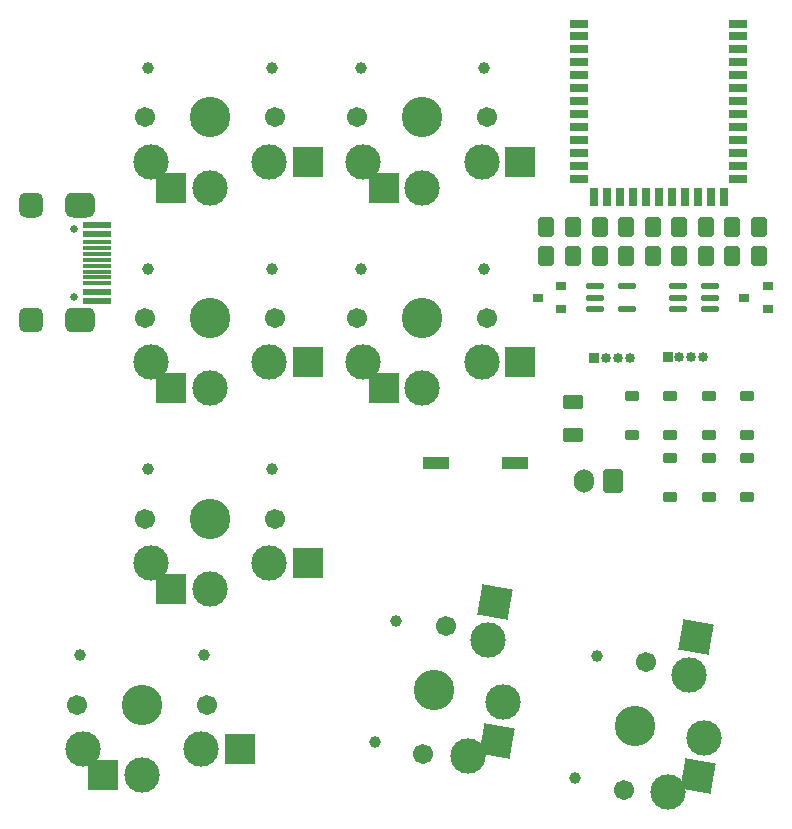
<source format=gbr>
%TF.GenerationSoftware,KiCad,Pcbnew,(5.99.0-11706-g59ad333650)*%
%TF.CreationDate,2021-08-22T22:29:06-05:00*%
%TF.ProjectId,lightwing_prototype,6c696768-7477-4696-9e67-5f70726f746f,rev?*%
%TF.SameCoordinates,Original*%
%TF.FileFunction,Soldermask,Top*%
%TF.FilePolarity,Negative*%
%FSLAX46Y46*%
G04 Gerber Fmt 4.6, Leading zero omitted, Abs format (unit mm)*
G04 Created by KiCad (PCBNEW (5.99.0-11706-g59ad333650)) date 2021-08-22 22:29:06*
%MOMM*%
%LPD*%
G01*
G04 APERTURE LIST*
G04 Aperture macros list*
%AMRoundRect*
0 Rectangle with rounded corners*
0 $1 Rounding radius*
0 $2 $3 $4 $5 $6 $7 $8 $9 X,Y pos of 4 corners*
0 Add a 4 corners polygon primitive as box body*
4,1,4,$2,$3,$4,$5,$6,$7,$8,$9,$2,$3,0*
0 Add four circle primitives for the rounded corners*
1,1,$1+$1,$2,$3*
1,1,$1+$1,$4,$5*
1,1,$1+$1,$6,$7*
1,1,$1+$1,$8,$9*
0 Add four rect primitives between the rounded corners*
20,1,$1+$1,$2,$3,$4,$5,0*
20,1,$1+$1,$4,$5,$6,$7,0*
20,1,$1+$1,$6,$7,$8,$9,0*
20,1,$1+$1,$8,$9,$2,$3,0*%
%AMRotRect*
0 Rectangle, with rotation*
0 The origin of the aperture is its center*
0 $1 length*
0 $2 width*
0 $3 Rotation angle, in degrees counterclockwise*
0 Add horizontal line*
21,1,$1,$2,0,0,$3*%
G04 Aperture macros list end*
%ADD10R,0.900000X0.800000*%
%ADD11R,2.160000X1.120000*%
%ADD12RoundRect,0.123750X-0.656250X-0.123750X0.656250X-0.123750X0.656250X0.123750X-0.656250X0.123750X0*%
%ADD13RoundRect,0.225000X-0.375000X0.225000X-0.375000X-0.225000X0.375000X-0.225000X0.375000X0.225000X0*%
%ADD14R,1.524000X0.700000*%
%ADD15R,0.700000X1.524000*%
%ADD16C,3.000000*%
%ADD17C,1.701800*%
%ADD18C,0.990600*%
%ADD19C,3.429000*%
%ADD20RotRect,2.600000X2.600000X80.000000*%
%ADD21RoundRect,0.350000X-0.350000X0.500500X-0.350000X-0.500500X0.350000X-0.500500X0.350000X0.500500X0*%
%ADD22R,2.600000X2.600000*%
%ADD23RoundRect,0.250000X0.600000X0.750000X-0.600000X0.750000X-0.600000X-0.750000X0.600000X-0.750000X0*%
%ADD24O,1.700000X2.000000*%
%ADD25RoundRect,0.350000X0.350000X-0.500500X0.350000X0.500500X-0.350000X0.500500X-0.350000X-0.500500X0*%
%ADD26R,0.850000X0.850000*%
%ADD27O,0.850000X0.850000*%
%ADD28C,0.650000*%
%ADD29R,2.450000X0.570000*%
%ADD30R,2.450000X0.300000*%
%ADD31RoundRect,0.500000X-0.500000X0.550000X-0.500000X-0.550000X0.500000X-0.550000X0.500000X0.550000X0*%
%ADD32O,2.100000X1.000000*%
%ADD33RoundRect,0.525000X-0.725000X0.525000X-0.725000X-0.525000X0.725000X-0.525000X0.725000X0.525000X0*%
%ADD34O,1.600000X1.000000*%
%ADD35RoundRect,0.250000X0.625000X-0.375000X0.625000X0.375000X-0.625000X0.375000X-0.625000X-0.375000X0*%
G04 APERTURE END LIST*
D10*
%TO.C,Q1*%
X119250000Y-58700000D03*
X119250000Y-56800000D03*
X117250000Y-57750000D03*
%TD*%
D11*
%TO.C,SW19*%
X108635000Y-71750000D03*
X115365000Y-71750000D03*
%TD*%
D12*
%TO.C,U4*%
X129150000Y-56800000D03*
X129150000Y-57750000D03*
X129150000Y-58700000D03*
X131850000Y-58700000D03*
X131850000Y-57750000D03*
X131850000Y-56800000D03*
%TD*%
D13*
%TO.C,D15*%
X131750000Y-69400000D03*
X131750000Y-66100000D03*
%TD*%
D14*
%TO.C,U3*%
X120750000Y-34549000D03*
X120750000Y-35649000D03*
X120750000Y-36749000D03*
X120750000Y-37849000D03*
X120750000Y-38949000D03*
X120750000Y-40049000D03*
X120750000Y-41149000D03*
X120750000Y-42249000D03*
X120750000Y-43349000D03*
X120750000Y-44449000D03*
X120750000Y-45549000D03*
X120750000Y-46649000D03*
X120750000Y-47749000D03*
D15*
X122000000Y-49249000D03*
X123100000Y-49249000D03*
X124200000Y-49249000D03*
X125300000Y-49249000D03*
X126400000Y-49249000D03*
X127500000Y-49249000D03*
X128600000Y-49249000D03*
X129700000Y-49249000D03*
X130800000Y-49249000D03*
X131900000Y-49249000D03*
X133000000Y-49249000D03*
D14*
X134250000Y-47749000D03*
X134250000Y-46649000D03*
X134250000Y-45549000D03*
X134250000Y-44449000D03*
X134250000Y-43349000D03*
X134250000Y-42249000D03*
X134250000Y-41149000D03*
X134250000Y-40049000D03*
X134250000Y-38949000D03*
X134250000Y-37849000D03*
X134250000Y-36749000D03*
X134250000Y-35649000D03*
X134250000Y-34549000D03*
%TD*%
D16*
%TO.C,SW14*%
X114359606Y-92033207D03*
D17*
X107544935Y-96416443D03*
D16*
X113061270Y-86727142D03*
D18*
X105270251Y-85129981D03*
X103457364Y-95411374D03*
D16*
X111324788Y-96575219D03*
D19*
X108500000Y-91000000D03*
D17*
X109455065Y-85583557D03*
D20*
X113790908Y-95258452D03*
X113629968Y-83501897D03*
%TD*%
D13*
%TO.C,D17*%
X135000000Y-74650000D03*
X135000000Y-71350000D03*
%TD*%
D18*
%TO.C,SW17*%
X120457364Y-98411374D03*
D16*
X128324788Y-99575219D03*
X131359606Y-95033207D03*
D18*
X122270251Y-88129981D03*
D17*
X124544935Y-99416443D03*
D16*
X130061270Y-89727142D03*
D17*
X126455065Y-88583557D03*
D19*
X125500000Y-94000000D03*
D20*
X130790908Y-98258452D03*
X130629968Y-86501897D03*
%TD*%
D21*
%TO.C,C1*%
X127000000Y-51748000D03*
X127000000Y-54250000D03*
%TD*%
D13*
%TO.C,D13*%
X135000000Y-66100000D03*
X135000000Y-69400000D03*
%TD*%
D16*
%TO.C,SW12*%
X89500000Y-65450000D03*
D19*
X89500000Y-59500000D03*
D16*
X84500000Y-63250000D03*
D17*
X95000000Y-59500000D03*
D18*
X84280000Y-55300000D03*
X94720000Y-55300000D03*
D17*
X84000000Y-59500000D03*
D16*
X94500000Y-63250000D03*
D22*
X86225000Y-65450000D03*
X97775000Y-63250000D03*
%TD*%
D23*
%TO.C,J2*%
X123650000Y-73300000D03*
D24*
X121150000Y-73300000D03*
%TD*%
D13*
%TO.C,D11*%
X128500000Y-69400000D03*
X128500000Y-66100000D03*
%TD*%
D25*
%TO.C,R3*%
X124750000Y-54250000D03*
X124750000Y-51748000D03*
%TD*%
D18*
%TO.C,SW13*%
X94720000Y-72300000D03*
X84280000Y-72300000D03*
D16*
X94500000Y-80250000D03*
X89500000Y-82450000D03*
D17*
X95000000Y-76500000D03*
D19*
X89500000Y-76500000D03*
D16*
X84500000Y-80250000D03*
D17*
X84000000Y-76500000D03*
D22*
X86225000Y-82450000D03*
X97775000Y-80250000D03*
%TD*%
D21*
%TO.C,R7*%
X122500000Y-51748000D03*
X122500000Y-54250000D03*
%TD*%
D26*
%TO.C,J4*%
X128250000Y-62750000D03*
D27*
X129250000Y-62750000D03*
X130250000Y-62750000D03*
X131250000Y-62750000D03*
%TD*%
D16*
%TO.C,SW10*%
X83750000Y-98200000D03*
D18*
X88970000Y-88050000D03*
X78530000Y-88050000D03*
D16*
X78750000Y-96000000D03*
D17*
X78250000Y-92250000D03*
D16*
X88750000Y-96000000D03*
D19*
X83750000Y-92250000D03*
D17*
X89250000Y-92250000D03*
D22*
X80475000Y-98200000D03*
X92025000Y-96000000D03*
%TD*%
D18*
%TO.C,SW11*%
X84280000Y-38300000D03*
D16*
X89500000Y-48450000D03*
D19*
X89500000Y-42500000D03*
D18*
X94720000Y-38300000D03*
D16*
X94500000Y-46250000D03*
D17*
X95000000Y-42500000D03*
D16*
X84500000Y-46250000D03*
D17*
X84000000Y-42500000D03*
D22*
X86225000Y-48450000D03*
X97775000Y-46250000D03*
%TD*%
D18*
%TO.C,SW16*%
X112720000Y-55300000D03*
X102280000Y-55300000D03*
D16*
X107500000Y-65450000D03*
X112500000Y-63250000D03*
D19*
X107500000Y-59500000D03*
D16*
X102500000Y-63250000D03*
D17*
X102000000Y-59500000D03*
X113000000Y-59500000D03*
D22*
X104225000Y-65450000D03*
X115775000Y-63250000D03*
%TD*%
D21*
%TO.C,C5*%
X131500000Y-51749000D03*
X131500000Y-54251000D03*
%TD*%
D13*
%TO.C,D12*%
X125250000Y-66100000D03*
X125250000Y-69400000D03*
%TD*%
D26*
%TO.C,J3*%
X122050000Y-62840000D03*
D27*
X123050000Y-62840000D03*
X124050000Y-62840000D03*
X125050000Y-62840000D03*
%TD*%
D21*
%TO.C,R5*%
X129250000Y-51749000D03*
X129250000Y-54251000D03*
%TD*%
D13*
%TO.C,D14*%
X131750000Y-74650000D03*
X131750000Y-71350000D03*
%TD*%
D25*
%TO.C,C3*%
X133750000Y-54250000D03*
X133750000Y-51748000D03*
%TD*%
D17*
%TO.C,SW15*%
X113000000Y-42500000D03*
D19*
X107500000Y-42500000D03*
D16*
X107500000Y-48450000D03*
X112500000Y-46250000D03*
X102500000Y-46250000D03*
D18*
X102280000Y-38300000D03*
D17*
X102000000Y-42500000D03*
D18*
X112720000Y-38300000D03*
D22*
X104225000Y-48450000D03*
X115775000Y-46250000D03*
%TD*%
D12*
%TO.C,U1*%
X122150000Y-56800000D03*
X122150000Y-57750000D03*
X122150000Y-58700000D03*
X124850000Y-58700000D03*
X124850000Y-56800000D03*
%TD*%
D10*
%TO.C,U2*%
X136750000Y-58700000D03*
X136750000Y-56800000D03*
X134750000Y-57750000D03*
%TD*%
D28*
%TO.C,J1*%
X77980000Y-51910000D03*
X77980000Y-57690000D03*
D29*
X79925000Y-51575000D03*
X79925000Y-52350000D03*
D30*
X79925000Y-53550000D03*
X79925000Y-54550000D03*
X79925000Y-55050000D03*
D29*
X79925000Y-58025000D03*
X79925000Y-57250000D03*
D30*
X79925000Y-56550000D03*
X79925000Y-55550000D03*
X79925000Y-54050000D03*
D31*
X74330000Y-49950000D03*
X74330000Y-59650000D03*
D32*
X78510000Y-50480000D03*
D33*
X78510000Y-49950000D03*
X78510000Y-59650000D03*
D34*
X74330000Y-59120000D03*
X74330000Y-50480000D03*
D32*
X78510000Y-59120000D03*
D30*
X79925000Y-53050000D03*
X79925000Y-56050000D03*
%TD*%
D35*
%TO.C,D29*%
X120250000Y-69400000D03*
X120250000Y-66600000D03*
%TD*%
D21*
%TO.C,C4*%
X136000000Y-51748000D03*
X136000000Y-54250000D03*
%TD*%
D13*
%TO.C,D10*%
X128500000Y-74650000D03*
X128500000Y-71350000D03*
%TD*%
D25*
%TO.C,R6*%
X120250000Y-54250000D03*
X120250000Y-51748000D03*
%TD*%
%TO.C,C2*%
X118000000Y-54250000D03*
X118000000Y-51748000D03*
%TD*%
M02*

</source>
